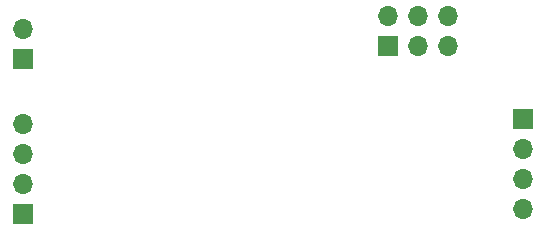
<source format=gbr>
G04 #@! TF.GenerationSoftware,KiCad,Pcbnew,(5.1.12)-1*
G04 #@! TF.CreationDate,2021-12-08T09:26:21+00:00*
G04 #@! TF.ProjectId,LightMinderSMD,4c696768-744d-4696-9e64-6572534d442e,rev?*
G04 #@! TF.SameCoordinates,Original*
G04 #@! TF.FileFunction,Soldermask,Bot*
G04 #@! TF.FilePolarity,Negative*
%FSLAX46Y46*%
G04 Gerber Fmt 4.6, Leading zero omitted, Abs format (unit mm)*
G04 Created by KiCad (PCBNEW (5.1.12)-1) date 2021-12-08 09:26:21*
%MOMM*%
%LPD*%
G01*
G04 APERTURE LIST*
%ADD10O,1.700000X1.700000*%
%ADD11R,1.700000X1.700000*%
G04 APERTURE END LIST*
D10*
X140300000Y-90740000D03*
X140300000Y-88200000D03*
X140300000Y-85660000D03*
D11*
X140300000Y-83120000D03*
D10*
X134000000Y-74360000D03*
X134000000Y-76900000D03*
X131460000Y-74360000D03*
X131460000Y-76900000D03*
X128920000Y-74360000D03*
D11*
X128920000Y-76900000D03*
D10*
X98000000Y-75460000D03*
D11*
X98000000Y-78000000D03*
D10*
X98000000Y-83580000D03*
X98000000Y-86120000D03*
X98000000Y-88660000D03*
D11*
X98000000Y-91200000D03*
M02*

</source>
